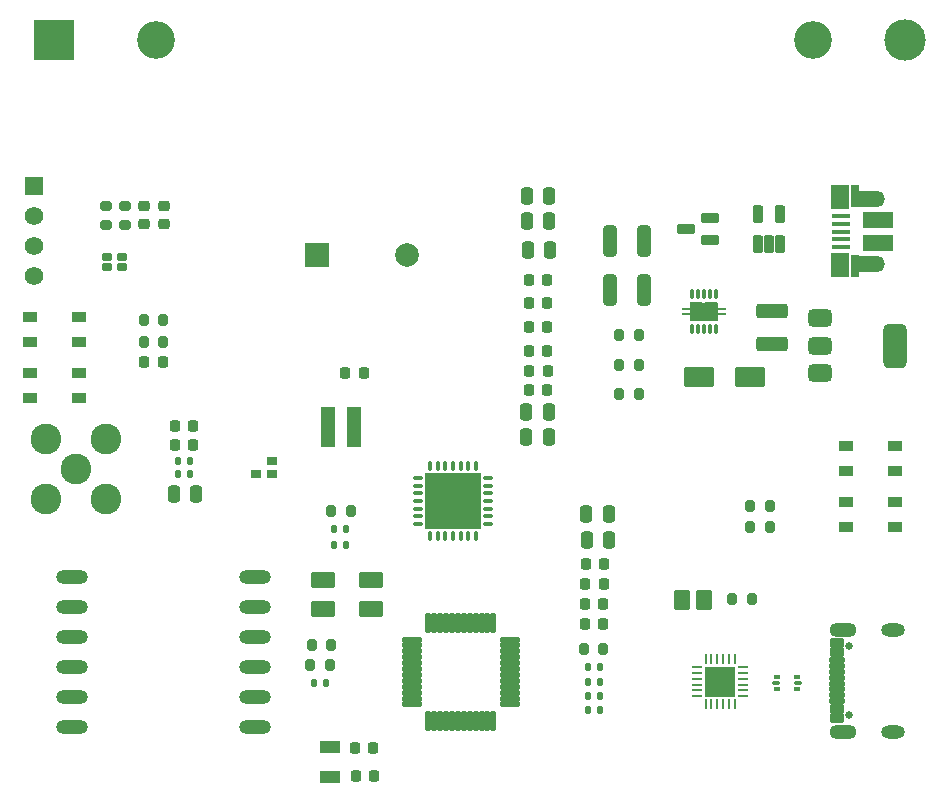
<source format=gbr>
%TF.GenerationSoftware,KiCad,Pcbnew,9.0.0*%
%TF.CreationDate,2025-06-11T08:44:37+09:00*%
%TF.ProjectId,FLP_PCB_terminal,464c505f-5043-4425-9f74-65726d696e61,rev?*%
%TF.SameCoordinates,Original*%
%TF.FileFunction,Soldermask,Top*%
%TF.FilePolarity,Negative*%
%FSLAX46Y46*%
G04 Gerber Fmt 4.6, Leading zero omitted, Abs format (unit mm)*
G04 Created by KiCad (PCBNEW 9.0.0) date 2025-06-11 08:44:37*
%MOMM*%
%LPD*%
G01*
G04 APERTURE LIST*
G04 Aperture macros list*
%AMRoundRect*
0 Rectangle with rounded corners*
0 $1 Rounding radius*
0 $2 $3 $4 $5 $6 $7 $8 $9 X,Y pos of 4 corners*
0 Add a 4 corners polygon primitive as box body*
4,1,4,$2,$3,$4,$5,$6,$7,$8,$9,$2,$3,0*
0 Add four circle primitives for the rounded corners*
1,1,$1+$1,$2,$3*
1,1,$1+$1,$4,$5*
1,1,$1+$1,$6,$7*
1,1,$1+$1,$8,$9*
0 Add four rect primitives between the rounded corners*
20,1,$1+$1,$2,$3,$4,$5,0*
20,1,$1+$1,$4,$5,$6,$7,0*
20,1,$1+$1,$6,$7,$8,$9,0*
20,1,$1+$1,$8,$9,$2,$3,0*%
G04 Aperture macros list end*
%ADD10RoundRect,0.140000X-0.140000X-0.170000X0.140000X-0.170000X0.140000X0.170000X-0.140000X0.170000X0*%
%ADD11RoundRect,0.225000X0.225000X0.250000X-0.225000X0.250000X-0.225000X-0.250000X0.225000X-0.250000X0*%
%ADD12RoundRect,0.225000X-0.225000X-0.250000X0.225000X-0.250000X0.225000X0.250000X-0.225000X0.250000X0*%
%ADD13O,2.704000X1.204000*%
%ADD14RoundRect,0.250000X-1.075000X0.375000X-1.075000X-0.375000X1.075000X-0.375000X1.075000X0.375000X0*%
%ADD15RoundRect,0.250000X0.250000X0.475000X-0.250000X0.475000X-0.250000X-0.475000X0.250000X-0.475000X0*%
%ADD16RoundRect,0.135000X-0.135000X-0.185000X0.135000X-0.185000X0.135000X0.185000X-0.135000X0.185000X0*%
%ADD17RoundRect,0.102000X-0.525000X-0.325000X0.525000X-0.325000X0.525000X0.325000X-0.525000X0.325000X0*%
%ADD18RoundRect,0.200000X-0.200000X-0.275000X0.200000X-0.275000X0.200000X0.275000X-0.200000X0.275000X0*%
%ADD19RoundRect,0.102000X-0.300000X0.245000X-0.300000X-0.245000X0.300000X-0.245000X0.300000X0.245000X0*%
%ADD20RoundRect,0.250000X-0.312500X-1.075000X0.312500X-1.075000X0.312500X1.075000X-0.312500X1.075000X0*%
%ADD21RoundRect,0.102000X-1.150000X-0.775000X1.150000X-0.775000X1.150000X0.775000X-1.150000X0.775000X0*%
%ADD22R,1.800000X1.000000*%
%ADD23RoundRect,0.102000X0.279400X-0.635000X0.279400X0.635000X-0.279400X0.635000X-0.279400X-0.635000X0*%
%ADD24RoundRect,0.093750X0.156250X0.093750X-0.156250X0.093750X-0.156250X-0.093750X0.156250X-0.093750X0*%
%ADD25RoundRect,0.075000X0.250000X0.075000X-0.250000X0.075000X-0.250000X-0.075000X0.250000X-0.075000X0*%
%ADD26RoundRect,0.250000X-0.250000X-0.475000X0.250000X-0.475000X0.250000X0.475000X-0.250000X0.475000X0*%
%ADD27RoundRect,0.075000X-0.075000X0.312500X-0.075000X-0.312500X0.075000X-0.312500X0.075000X0.312500X0*%
%ADD28RoundRect,0.075000X-0.312500X0.075000X-0.312500X-0.075000X0.312500X-0.075000X0.312500X0.075000X0*%
%ADD29R,4.800000X4.800000*%
%ADD30RoundRect,0.225000X-0.250000X0.225000X-0.250000X-0.225000X0.250000X-0.225000X0.250000X0.225000X0*%
%ADD31RoundRect,0.200000X0.200000X0.275000X-0.200000X0.275000X-0.200000X-0.275000X0.200000X-0.275000X0*%
%ADD32RoundRect,0.102000X0.900000X-0.600000X0.900000X0.600000X-0.900000X0.600000X-0.900000X-0.600000X0*%
%ADD33RoundRect,0.102000X0.570000X0.735000X-0.570000X0.735000X-0.570000X-0.735000X0.570000X-0.735000X0*%
%ADD34RoundRect,0.121000X-0.761000X-0.121000X0.761000X-0.121000X0.761000X0.121000X-0.761000X0.121000X0*%
%ADD35RoundRect,0.121000X-0.121000X-0.761000X0.121000X-0.761000X0.121000X0.761000X-0.121000X0.761000X0*%
%ADD36R,0.900000X0.800000*%
%ADD37RoundRect,0.375000X-0.625000X-0.375000X0.625000X-0.375000X0.625000X0.375000X-0.625000X0.375000X0*%
%ADD38RoundRect,0.500000X-0.500000X-1.400000X0.500000X-1.400000X0.500000X1.400000X-0.500000X1.400000X0*%
%ADD39R,1.650000X0.400000*%
%ADD40R,0.700000X1.825000*%
%ADD41R,1.500000X2.000000*%
%ADD42R,2.000000X1.350000*%
%ADD43O,1.700000X1.350000*%
%ADD44O,1.500000X1.100000*%
%ADD45R,2.500000X1.430000*%
%ADD46RoundRect,0.102000X0.500000X-1.600000X0.500000X1.600000X-0.500000X1.600000X-0.500000X-1.600000X0*%
%ADD47C,3.200000*%
%ADD48R,3.500000X3.500000*%
%ADD49C,3.500000*%
%ADD50R,0.280000X0.280000*%
%ADD51O,0.280000X0.850000*%
%ADD52C,0.600000*%
%ADD53R,1.050000X0.680000*%
%ADD54R,0.500000X0.260000*%
%ADD55R,0.700000X0.280000*%
%ADD56R,2.400000X1.650000*%
%ADD57RoundRect,0.062500X0.350000X0.062500X-0.350000X0.062500X-0.350000X-0.062500X0.350000X-0.062500X0*%
%ADD58RoundRect,0.062500X0.062500X0.350000X-0.062500X0.350000X-0.062500X-0.350000X0.062500X-0.350000X0*%
%ADD59R,2.600000X2.600000*%
%ADD60C,0.650000*%
%ADD61RoundRect,0.090000X0.490000X-0.300000X0.490000X0.300000X-0.490000X0.300000X-0.490000X-0.300000X0*%
%ADD62RoundRect,0.090000X0.500000X-0.300000X0.500000X0.300000X-0.500000X0.300000X-0.500000X-0.300000X0*%
%ADD63RoundRect,0.090000X0.570000X-0.150000X0.570000X0.150000X-0.570000X0.150000X-0.570000X-0.150000X0*%
%ADD64O,2.304000X1.254000*%
%ADD65O,2.004000X1.104000*%
%ADD66R,2.000000X2.000000*%
%ADD67C,2.000000*%
%ADD68RoundRect,0.200000X0.275000X-0.200000X0.275000X0.200000X-0.275000X0.200000X-0.275000X-0.200000X0*%
%ADD69C,2.604000*%
%ADD70RoundRect,0.102000X0.685000X-0.685000X0.685000X0.685000X-0.685000X0.685000X-0.685000X-0.685000X0*%
%ADD71C,1.574000*%
%ADD72RoundRect,0.100500X0.651500X0.301500X-0.651500X0.301500X-0.651500X-0.301500X0.651500X-0.301500X0*%
G04 APERTURE END LIST*
D10*
%TO.C,C6*%
X72710000Y-141430000D03*
X73670000Y-141430000D03*
%TD*%
D11*
%TO.C,C19*%
X90745000Y-122320000D03*
X89195000Y-122320000D03*
%TD*%
D12*
%TO.C,C31*%
X74480000Y-159970000D03*
X76030000Y-159970000D03*
%TD*%
D13*
%TO.C,U3*%
X66020000Y-158190000D03*
X66020000Y-155650000D03*
X66020000Y-153110000D03*
X66020000Y-150570000D03*
X66020000Y-148030000D03*
X66020000Y-145490000D03*
X50520000Y-145490000D03*
X50520000Y-148030000D03*
X50520000Y-150570000D03*
X50520000Y-153110000D03*
X50520000Y-155650000D03*
X50520000Y-158190000D03*
%TD*%
D14*
%TO.C,L1*%
X109770000Y-122970000D03*
X109770000Y-125770000D03*
%TD*%
D12*
%TO.C,C28*%
X59215000Y-134310000D03*
X60765000Y-134310000D03*
%TD*%
D15*
%TO.C,C20*%
X90970000Y-117820000D03*
X89070000Y-117820000D03*
%TD*%
D11*
%TO.C,C11*%
X90745000Y-124340000D03*
X89195000Y-124340000D03*
%TD*%
D16*
%TO.C,R16*%
X94180000Y-155530000D03*
X95200000Y-155530000D03*
%TD*%
D17*
%TO.C,ID1*%
X116075000Y-139095000D03*
X120225000Y-139095000D03*
X116075000Y-141245000D03*
X120225000Y-141245000D03*
%TD*%
D18*
%TO.C,R19*%
X107920000Y-141230000D03*
X109570000Y-141230000D03*
%TD*%
D19*
%TO.C,C22*%
X54720000Y-118356000D03*
X54720000Y-119270000D03*
%TD*%
D16*
%TO.C,R9*%
X94170000Y-153100000D03*
X95190000Y-153100000D03*
%TD*%
D20*
%TO.C,R13*%
X96037500Y-121210000D03*
X98962500Y-121210000D03*
%TD*%
D21*
%TO.C,D1*%
X107870000Y-128510000D03*
X103570000Y-128510000D03*
%TD*%
D22*
%TO.C,Y3*%
X72350000Y-159910000D03*
X72350000Y-162410000D03*
%TD*%
D12*
%TO.C,C8*%
X89160000Y-129660000D03*
X90710000Y-129660000D03*
%TD*%
%TO.C,C9*%
X73655000Y-128210000D03*
X75205000Y-128210000D03*
%TD*%
D10*
%TO.C,C26*%
X59510000Y-136780000D03*
X60470000Y-136780000D03*
%TD*%
D23*
%TO.C,U4*%
X108560200Y-117295400D03*
X109500000Y-117295400D03*
X110439800Y-117295400D03*
X110439800Y-114704600D03*
X108560200Y-114704600D03*
%TD*%
D12*
%TO.C,C18*%
X93950000Y-147760000D03*
X95500000Y-147760000D03*
%TD*%
D24*
%TO.C,U7*%
X111880000Y-154985000D03*
D25*
X111955000Y-154447500D03*
D24*
X111880000Y-153910000D03*
X110180000Y-153910000D03*
D25*
X110105000Y-154447500D03*
D24*
X110180000Y-154985000D03*
%TD*%
D26*
%TO.C,C29*%
X59120000Y-138420000D03*
X61020000Y-138420000D03*
%TD*%
D16*
%TO.C,R8*%
X94180000Y-154380000D03*
X95200000Y-154380000D03*
%TD*%
D11*
%TO.C,C17*%
X95470000Y-149420000D03*
X93920000Y-149420000D03*
%TD*%
D27*
%TO.C,U8*%
X84700000Y-136062500D03*
X84050000Y-136062500D03*
X83400000Y-136062500D03*
X82750000Y-136062500D03*
X82100000Y-136062500D03*
X81450000Y-136062500D03*
X80800000Y-136062500D03*
D28*
X79762500Y-137100000D03*
X79762500Y-137750000D03*
X79762500Y-138400000D03*
X79762500Y-139050000D03*
X79762500Y-139700000D03*
X79762500Y-140350000D03*
X79762500Y-141000000D03*
D27*
X80800000Y-142037500D03*
X81450000Y-142037500D03*
X82100000Y-142037500D03*
X82750000Y-142037500D03*
X83400000Y-142037500D03*
X84050000Y-142037500D03*
X84700000Y-142037500D03*
D28*
X85737500Y-141000000D03*
X85737500Y-140350000D03*
X85737500Y-139700000D03*
X85737500Y-139050000D03*
X85737500Y-138400000D03*
X85737500Y-137750000D03*
X85737500Y-137100000D03*
D29*
X82750000Y-139050000D03*
%TD*%
D30*
%TO.C,C24*%
X56610000Y-114065000D03*
X56610000Y-115615000D03*
%TD*%
D26*
%TO.C,C1*%
X89030000Y-113220000D03*
X90930000Y-113220000D03*
%TD*%
D18*
%TO.C,R10*%
X96850000Y-130010000D03*
X98500000Y-130010000D03*
%TD*%
D31*
%TO.C,F1*%
X108040000Y-147350000D03*
X106390000Y-147350000D03*
%TD*%
D17*
%TO.C,S1*%
X46946500Y-123455000D03*
X51096500Y-123455000D03*
X46946500Y-125605000D03*
X51096500Y-125605000D03*
%TD*%
D32*
%TO.C,Y1*%
X71790000Y-148170000D03*
X75790000Y-148170000D03*
X75790000Y-145770000D03*
X71790000Y-145770000D03*
%TD*%
D33*
%TO.C,FL1*%
X103973000Y-147383000D03*
X102193000Y-147383000D03*
%TD*%
D18*
%TO.C,R7*%
X96850000Y-127500000D03*
X98500000Y-127500000D03*
%TD*%
%TO.C,R11*%
X72455000Y-139870000D03*
X74105000Y-139870000D03*
%TD*%
D12*
%TO.C,C12*%
X94000000Y-144380000D03*
X95550000Y-144380000D03*
%TD*%
D18*
%TO.C,R4*%
X70695000Y-152950000D03*
X72345000Y-152950000D03*
%TD*%
D16*
%TO.C,R17*%
X94160000Y-156740000D03*
X95180000Y-156740000D03*
%TD*%
D17*
%TO.C,Find_Host1*%
X116075000Y-134345000D03*
X120225000Y-134345000D03*
X116075000Y-136495000D03*
X120225000Y-136495000D03*
%TD*%
D20*
%TO.C,R12*%
X96037500Y-117000000D03*
X98962500Y-117000000D03*
%TD*%
D34*
%TO.C,U2*%
X79250000Y-150770000D03*
X79250000Y-151270000D03*
X79250000Y-151770000D03*
X79250000Y-152270000D03*
X79250000Y-152770000D03*
X79250000Y-153270000D03*
X79250000Y-153770000D03*
X79250000Y-154270000D03*
X79250000Y-154770000D03*
X79250000Y-155270000D03*
X79250000Y-155770000D03*
X79250000Y-156270000D03*
D35*
X80680000Y-157700000D03*
X81180000Y-157700000D03*
X81680000Y-157700000D03*
X82180000Y-157700000D03*
X82680000Y-157700000D03*
X83180000Y-157700000D03*
X83680000Y-157700000D03*
X84180000Y-157700000D03*
X84680000Y-157700000D03*
X85180000Y-157700000D03*
X85680000Y-157700000D03*
X86180000Y-157700000D03*
D34*
X87610000Y-156270000D03*
X87610000Y-155770000D03*
X87610000Y-155270000D03*
X87610000Y-154770000D03*
X87610000Y-154270000D03*
X87610000Y-153770000D03*
X87610000Y-153270000D03*
X87610000Y-152770000D03*
X87610000Y-152270000D03*
X87610000Y-151770000D03*
X87610000Y-151270000D03*
X87610000Y-150770000D03*
D35*
X86180000Y-149340000D03*
X85680000Y-149340000D03*
X85180000Y-149340000D03*
X84680000Y-149340000D03*
X84180000Y-149340000D03*
X83680000Y-149340000D03*
X83180000Y-149340000D03*
X82680000Y-149340000D03*
X82180000Y-149340000D03*
X81680000Y-149340000D03*
X81180000Y-149340000D03*
X80680000Y-149340000D03*
%TD*%
D36*
%TO.C,Y2*%
X66060000Y-136740000D03*
X67460000Y-136740000D03*
X67460000Y-135640000D03*
%TD*%
D18*
%TO.C,R6*%
X96850000Y-124990000D03*
X98500000Y-124990000D03*
%TD*%
D37*
%TO.C,U1*%
X113850000Y-123587500D03*
X113850000Y-125887500D03*
D38*
X120150000Y-125887500D03*
D37*
X113850000Y-128187500D03*
%TD*%
D39*
%TO.C,Charger1*%
X115620000Y-117530000D03*
X115620000Y-116880000D03*
X115620000Y-116230000D03*
X115620000Y-115580000D03*
X115620000Y-114930000D03*
D40*
X116820000Y-119180000D03*
D41*
X115520000Y-119080000D03*
D42*
X117570000Y-118960000D03*
D43*
X118500000Y-118960000D03*
D44*
X115500000Y-118650000D03*
D45*
X118770000Y-117190000D03*
X118770000Y-115270000D03*
D44*
X115500000Y-113810000D03*
D43*
X118500000Y-113500000D03*
D42*
X117570000Y-113480000D03*
D41*
X115500000Y-113330000D03*
D40*
X116820000Y-113230000D03*
%TD*%
D46*
%TO.C,L2*%
X72150000Y-132740000D03*
X74350000Y-132740000D03*
%TD*%
D12*
%TO.C,C27*%
X59235000Y-132680000D03*
X60785000Y-132680000D03*
%TD*%
D26*
%TO.C,C16*%
X94075000Y-142350000D03*
X95975000Y-142350000D03*
%TD*%
D16*
%TO.C,R3*%
X70990000Y-154480000D03*
X72010000Y-154480000D03*
%TD*%
D17*
%TO.C,S2*%
X46946500Y-128205000D03*
X51096500Y-128205000D03*
X46946500Y-130355000D03*
X51096500Y-130355000D03*
%TD*%
D12*
%TO.C,C14*%
X93960000Y-146080000D03*
X95510000Y-146080000D03*
%TD*%
D47*
%TO.C,BT1*%
X57645000Y-100000000D03*
X113255000Y-100000000D03*
D48*
X49000000Y-100000000D03*
D49*
X121000000Y-100000000D03*
%TD*%
D50*
%TO.C,U6*%
X103000000Y-124760000D03*
D51*
X103000000Y-124475000D03*
D50*
X103500000Y-124760000D03*
D51*
X103500000Y-124475000D03*
D50*
X104000000Y-124760000D03*
D51*
X104000000Y-124475000D03*
D50*
X104500000Y-124760000D03*
D51*
X104500000Y-124475000D03*
D50*
X105000000Y-124760000D03*
D51*
X105000000Y-124475000D03*
X105000000Y-121525000D03*
D50*
X105000000Y-121240000D03*
D51*
X104500000Y-121525000D03*
D50*
X104500000Y-121240000D03*
D51*
X104000000Y-121525000D03*
D50*
X104000000Y-121240000D03*
D51*
X103500000Y-121525000D03*
D50*
X103500000Y-121240000D03*
D51*
X103000000Y-121525000D03*
D50*
X103000000Y-121240000D03*
D52*
X103250000Y-123500000D03*
X104750000Y-123500000D03*
D53*
X103365000Y-123450000D03*
X104635000Y-123450000D03*
D54*
X102370000Y-123250000D03*
D55*
X102450000Y-123250000D03*
X105550000Y-123250000D03*
D54*
X105630000Y-123250000D03*
D52*
X104000000Y-123000000D03*
D56*
X104000000Y-123000000D03*
D54*
X102370000Y-122750000D03*
D55*
X102450000Y-122750000D03*
X105550000Y-122750000D03*
D54*
X105630000Y-122750000D03*
D53*
X103365000Y-122550000D03*
X104635000Y-122550000D03*
D52*
X103250000Y-122500000D03*
X104750000Y-122500000D03*
%TD*%
D57*
%TO.C,U5*%
X107335000Y-155580000D03*
X107335000Y-155080000D03*
X107335000Y-154580000D03*
X107335000Y-154080000D03*
X107335000Y-153580000D03*
X107335000Y-153080000D03*
D58*
X106647500Y-152392500D03*
X106147500Y-152392500D03*
X105647500Y-152392500D03*
X105147500Y-152392500D03*
X104647500Y-152392500D03*
X104147500Y-152392500D03*
D57*
X103460000Y-153080000D03*
X103460000Y-153580000D03*
X103460000Y-154080000D03*
X103460000Y-154580000D03*
X103460000Y-155080000D03*
X103460000Y-155580000D03*
D58*
X104147500Y-156267500D03*
X104647500Y-156267500D03*
X105147500Y-156267500D03*
X105647500Y-156267500D03*
X106147500Y-156267500D03*
X106647500Y-156267500D03*
D59*
X105397500Y-154330000D03*
%TD*%
D60*
%TO.C,UART1*%
X116320000Y-157140000D03*
X116320000Y-151360000D03*
D61*
X115250000Y-157450000D03*
D62*
X115250000Y-156650000D03*
D63*
X115250000Y-155500000D03*
X115250000Y-154500000D03*
X115250000Y-154000000D03*
X115250000Y-153000000D03*
D61*
X115250000Y-151050000D03*
D62*
X115250000Y-151850000D03*
D63*
X115250000Y-152500000D03*
X115250000Y-153500000D03*
X115250000Y-155000000D03*
X115250000Y-156000000D03*
D64*
X115820000Y-158570000D03*
X115820000Y-149930000D03*
D65*
X120000000Y-158570000D03*
X120000000Y-149930000D03*
%TD*%
D15*
%TO.C,C13*%
X95955000Y-140140000D03*
X94055000Y-140140000D03*
%TD*%
D66*
%TO.C,BZ1*%
X71280000Y-118250000D03*
D67*
X78880000Y-118250000D03*
%TD*%
D10*
%TO.C,C7*%
X72710000Y-142740000D03*
X73670000Y-142740000D03*
%TD*%
D11*
%TO.C,C3*%
X90745000Y-126320000D03*
X89195000Y-126320000D03*
%TD*%
D10*
%TO.C,C25*%
X59510000Y-135640000D03*
X60470000Y-135640000D03*
%TD*%
D19*
%TO.C,C21*%
X53470000Y-118356000D03*
X53470000Y-119270000D03*
%TD*%
D68*
%TO.C,R15*%
X53380000Y-115710000D03*
X53380000Y-114060000D03*
%TD*%
D69*
%TO.C,J1*%
X50840000Y-136340000D03*
X53380000Y-138880000D03*
X53380000Y-133800000D03*
X48300000Y-133800000D03*
X48300000Y-138880000D03*
%TD*%
D26*
%TO.C,C10*%
X88970000Y-133650000D03*
X90870000Y-133650000D03*
%TD*%
D11*
%TO.C,C32*%
X58180000Y-127300000D03*
X56630000Y-127300000D03*
%TD*%
D18*
%TO.C,R5*%
X70785000Y-151200000D03*
X72435000Y-151200000D03*
%TD*%
D31*
%TO.C,R1*%
X58230000Y-123740000D03*
X56580000Y-123740000D03*
%TD*%
D18*
%TO.C,R14*%
X93835000Y-151560000D03*
X95485000Y-151560000D03*
%TD*%
D70*
%TO.C,J2*%
X47270000Y-112380000D03*
D71*
X47270000Y-114920000D03*
X47270000Y-117460000D03*
X47270000Y-120000000D03*
%TD*%
D18*
%TO.C,R20*%
X107940000Y-139460000D03*
X109590000Y-139460000D03*
%TD*%
D12*
%TO.C,C30*%
X74520000Y-162330000D03*
X76070000Y-162330000D03*
%TD*%
D31*
%TO.C,R2*%
X58220000Y-125540000D03*
X56570000Y-125540000D03*
%TD*%
D72*
%TO.C,Q1*%
X104525000Y-116950000D03*
X104525000Y-115050000D03*
X102475000Y-116000000D03*
%TD*%
D26*
%TO.C,C2*%
X89020000Y-115360000D03*
X90920000Y-115360000D03*
%TD*%
D30*
%TO.C,C23*%
X58260000Y-114052000D03*
X58260000Y-115602000D03*
%TD*%
D11*
%TO.C,C15*%
X90745000Y-120320000D03*
X89195000Y-120320000D03*
%TD*%
D26*
%TO.C,C5*%
X88950000Y-131490000D03*
X90850000Y-131490000D03*
%TD*%
D68*
%TO.C,R18*%
X55020000Y-115675000D03*
X55020000Y-114025000D03*
%TD*%
D12*
%TO.C,C4*%
X89215000Y-128040000D03*
X90765000Y-128040000D03*
%TD*%
M02*

</source>
